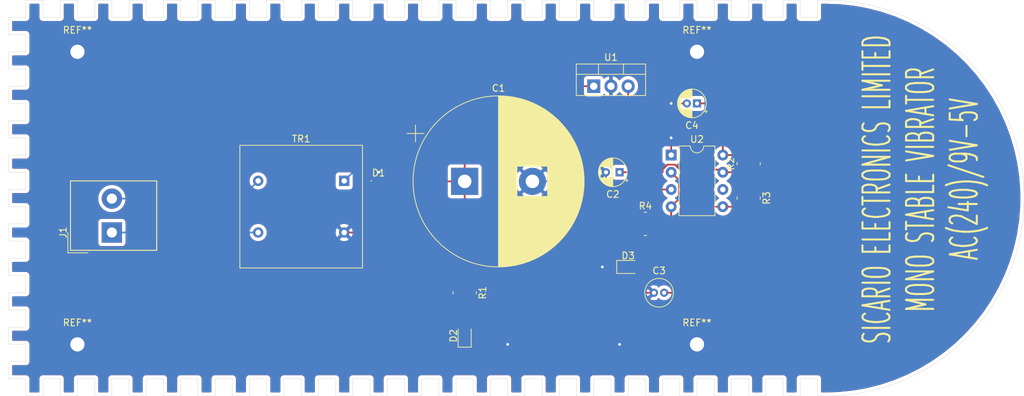
<source format=kicad_pcb>
(kicad_pcb (version 20171130) (host pcbnew 5.99.0+really5.1.10+dfsg1-1)
  (layers (0 F.Cu signal) (31 B.Cu signal) (34 B.Paste user) (35 F.Paste user) (36 B.SilkS user) (37 F.SilkS user) (38 B.Mask user) (39 F.Mask user) (44 Edge.Cuts user))
  (net 0 "")
  (net 1 "Net-(C1-Pad1)")
  (net 2 GND)
  (net 3 "Net-(C2-Pad1)")
  (net 4 "Net-(C3-Pad2)")
  (net 5 "Net-(C4-Pad2)")
  (net 6 "Net-(D1-Pad2)")
  (net 7 "Net-(D2-Pad2)")
  (net 8 "Net-(D3-Pad2)")
  (net 9 "Net-(J1-Pad1)")
  (net 10 "Net-(J1-Pad2)")
  (net 11 "Net-(R4-Pad2)")
  (module MountingHole:MountingHole_2.1mm (layer F.Cu) (at 184.15 -19.05)
    (fp_text reference REF** (at 0 -3.2) (layer F.SilkS))
    (fp_text value MountingHole_2.1mm)
    (pad "" np_thru_hole circle (at 0 0) (size 2.1 2.1) (drill 2.1) (layers *.Cu *.Mask))
  )
  (module MountingHole:MountingHole_2.1mm (layer F.Cu) (at 184.15 24.13)
    (fp_text reference REF** (at 0 -3.2) (layer F.SilkS))
    (fp_text value MountingHole_2.1mm)
    (pad "" np_thru_hole circle (at 0 0) (size 2.1 2.1) (drill 2.1) (layers *.Cu *.Mask))
  )
  (module MountingHole:MountingHole_2.1mm (layer F.Cu) (at 92.71 24.13)
    (fp_text reference REF** (at 0 -3.2) (layer F.SilkS))
    (fp_text value MountingHole_2.1mm)
    (pad "" np_thru_hole circle (at 0 0) (size 2.1 2.1) (drill 2.1) (layers *.Cu *.Mask))
  )
  (module MountingHole:MountingHole_2.1mm (layer F.Cu) (at 92.71 -19.05)
    (fp_text reference REF** (at 0 -3.2) (layer F.SilkS))
    (fp_text value MountingHole_2.1mm)
    (pad "" np_thru_hole circle (at 0 0) (size 2.1 2.1) (drill 2.1) (layers *.Cu *.Mask))
  )
  (module Capacitor_THT:CP_Radial_D25.0mm_P10.00mm_SnapIn (layer F.Cu) (at 149.86 0.075001)
    (fp_text reference C1 (at 5 -13.75) (layer F.SilkS))
    (fp_text value "4500 uf")
    (pad 1 thru_hole rect (at 0 0) (size 4 4) (drill 2) (layers *.Cu *.Mask) (net 1 "Net-(C1-Pad1)"))
    (pad 2 thru_hole circle (at 10 0) (size 4 4) (drill 2) (layers *.Cu *.Mask) (net 2 GND))
  )
  (module Capacitor_THT:CP_Radial_D4.0mm_P2.00mm (layer F.Cu) (at 172.72 -1.27 180)
    (fp_text reference C2 (at 1 -3.25) (layer F.SilkS))
    (fp_text value "100 uf")
    (pad 1 thru_hole rect (at 0 0 180) (size 1.2 1.2) (drill 0.6) (layers *.Cu *.Mask) (net 3 "Net-(C2-Pad1)"))
    (pad 2 thru_hole circle (at 2 0 180) (size 1.2 1.2) (drill 0.6) (layers *.Cu *.Mask) (net 2 GND))
  )
  (module Capacitor_THT:C_Radial_D4.0mm_H7.0mm_P1.50mm (layer F.Cu) (at 177.8 16.51)
    (fp_text reference C3 (at 0.75 -3.25) (layer F.SilkS))
    (fp_text value "0.1 uf")
    (pad 1 thru_hole circle (at 0 0) (size 1.2 1.2) (drill 0.6) (layers *.Cu *.Mask) (net 2 GND))
    (pad 2 thru_hole circle (at 1.5 0) (size 1.2 1.2) (drill 0.6) (layers *.Cu *.Mask) (net 4 "Net-(C3-Pad2)"))
  )
  (module Capacitor_THT:CP_Radial_D4.0mm_P1.50mm (layer F.Cu) (at 184.15 -11.43 180)
    (fp_text reference C4 (at 0.75 -3.25) (layer F.SilkS))
    (fp_text value "10 uf")
    (pad 1 thru_hole rect (at 0 0 180) (size 1.2 1.2) (drill 0.6) (layers *.Cu *.Mask) (net 4 "Net-(C3-Pad2)"))
    (pad 2 thru_hole circle (at 1.5 0 180) (size 1.2 1.2) (drill 0.6) (layers *.Cu *.Mask) (net 5 "Net-(C4-Pad2)"))
  )
  (module Diode_SMD:D_0402_1005Metric (layer F.Cu) (at 137.16 0)
    (fp_text reference D1 (at 0 -1.17) (layer F.SilkS))
    (fp_text value D)
    (pad 1 smd roundrect (at -0.485 0) (size 0.59 0.64) (layers F.Cu F.Paste F.Mask) (net 1 "Net-(C1-Pad1)"))
    (pad 2 smd roundrect (at 0.485 0) (size 0.59 0.64) (layers F.Cu F.Paste F.Mask) (net 6 "Net-(D1-Pad2)"))
  )
  (module LED_SMD:LED_0805_2012Metric (layer F.Cu) (at 149.86 22.86 90)
    (fp_text reference D2 (at 0 -1.65 90) (layer F.SilkS))
    (fp_text value LED)
    (pad 1 smd roundrect (at -0.9375 0 90) (size 0.975 1.4) (layers F.Cu F.Paste F.Mask) (net 2 GND))
    (pad 2 smd roundrect (at 0.9375 0 90) (size 0.975 1.4) (layers F.Cu F.Paste F.Mask) (net 7 "Net-(D2-Pad2)"))
  )
  (module LED_SMD:LED_0805_2012Metric (layer F.Cu) (at 173.99 12.7)
    (fp_text reference D3 (at 0 -1.65) (layer F.SilkS))
    (fp_text value LED)
    (pad 2 smd roundrect (at 0.9375 0) (size 0.975 1.4) (layers F.Cu F.Paste F.Mask) (net 8 "Net-(D3-Pad2)"))
    (pad 1 smd roundrect (at -0.9375 0) (size 0.975 1.4) (layers F.Cu F.Paste F.Mask) (net 2 GND))
  )
  (module TerminalBlock_Altech:Altech_AK300_1x02_P5.00mm_45-Degree (layer F.Cu) (at 97.79 7.62 90)
    (fp_text reference J1 (at 0 -7.2 90) (layer F.SilkS))
    (fp_text value Screw_Terminal_01x02)
    (pad 1 thru_hole rect (at 0 0 90) (size 3 3) (drill 1.5) (layers *.Cu *.Mask) (net 9 "Net-(J1-Pad1)"))
    (pad 2 thru_hole circle (at 5 0 90) (size 3 3) (drill 1.5) (layers *.Cu *.Mask) (net 10 "Net-(J1-Pad2)"))
  )
  (module Resistor_SMD:R_0612_1632Metric (layer F.Cu) (at 149.86 16.51 270)
    (fp_text reference R1 (at 0 -2.65 90) (layer F.SilkS))
    (fp_text value 1k)
    (pad 1 smd roundrect (at -0.75 0 270) (size 1 3.4) (layers F.Cu F.Paste F.Mask) (net 1 "Net-(C1-Pad1)"))
    (pad 2 smd roundrect (at 0.75 0 270) (size 1 3.4) (layers F.Cu F.Paste F.Mask) (net 7 "Net-(D2-Pad2)"))
  )
  (module Resistor_SMD:R_0612_1632Metric (layer F.Cu) (at 191.77 -2.54 90)
    (fp_text reference R2 (at 0 -2.65 90) (layer F.SilkS))
    (fp_text value 1k)
    (pad 2 smd roundrect (at 0.75 0 90) (size 1 3.4) (layers F.Cu F.Paste F.Mask) (net 4 "Net-(C3-Pad2)"))
    (pad 1 smd roundrect (at -0.75 0 90) (size 1 3.4) (layers F.Cu F.Paste F.Mask) (net 3 "Net-(C2-Pad1)"))
  )
  (module Resistor_SMD:R_0612_1632Metric (layer F.Cu) (at 191.77 2.54 270)
    (fp_text reference R3 (at 0 -2.65 90) (layer F.SilkS))
    (fp_text value 100k)
    (pad 1 smd roundrect (at -0.75 0 270) (size 1 3.4) (layers F.Cu F.Paste F.Mask) (net 3 "Net-(C2-Pad1)"))
    (pad 2 smd roundrect (at 0.75 0 270) (size 1 3.4) (layers F.Cu F.Paste F.Mask) (net 4 "Net-(C3-Pad2)"))
  )
  (module Resistor_SMD:R_0612_1632Metric (layer F.Cu) (at 176.53 6.35)
    (fp_text reference R4 (at 0 -2.65) (layer F.SilkS))
    (fp_text value 100)
    (pad 2 smd roundrect (at 0.75 0) (size 1 3.4) (layers F.Cu F.Paste F.Mask) (net 11 "Net-(R4-Pad2)"))
    (pad 1 smd roundrect (at -0.75 0) (size 1 3.4) (layers F.Cu F.Paste F.Mask) (net 8 "Net-(D3-Pad2)"))
  )
  (module Package_TO_SOT_THT:TO-220-3_Vertical (layer F.Cu) (at 168.91 -13.97)
    (fp_text reference U1 (at 2.54 -4.27) (layer F.SilkS))
    (fp_text value LM7805_TO220)
    (pad 1 thru_hole rect (at 0 0) (size 1.905 2) (drill 1.1) (layers *.Cu *.Mask) (net 1 "Net-(C1-Pad1)"))
    (pad 2 thru_hole oval (at 2.54 0) (size 1.905 2) (drill 1.1) (layers *.Cu *.Mask) (net 2 GND))
    (pad 3 thru_hole oval (at 5.08 0) (size 1.905 2) (drill 1.1) (layers *.Cu *.Mask) (net 3 "Net-(C2-Pad1)"))
  )
  (module Package_DIP:DIP-8_W7.62mm (layer F.Cu) (at 180.34 -3.81)
    (fp_text reference U2 (at 3.81 -2.33) (layer F.SilkS))
    (fp_text value NE555P)
    (pad 1 thru_hole rect (at 0 0) (size 1.6 1.6) (drill 0.8) (layers *.Cu *.Mask) (net 5 "Net-(C4-Pad2)"))
    (pad 5 thru_hole oval (at 7.62 7.62) (size 1.6 1.6) (drill 0.8) (layers *.Cu *.Mask) (net 4 "Net-(C3-Pad2)"))
    (pad 2 thru_hole oval (at 0 2.54) (size 1.6 1.6) (drill 0.8) (layers *.Cu *.Mask) (net 4 "Net-(C3-Pad2)"))
    (pad 6 thru_hole oval (at 7.62 5.08) (size 1.6 1.6) (drill 0.8) (layers *.Cu *.Mask) (net 4 "Net-(C3-Pad2)"))
    (pad 3 thru_hole oval (at 0 5.08) (size 1.6 1.6) (drill 0.8) (layers *.Cu *.Mask) (net 11 "Net-(R4-Pad2)"))
    (pad 7 thru_hole oval (at 7.62 2.54) (size 1.6 1.6) (drill 0.8) (layers *.Cu *.Mask) (net 3 "Net-(C2-Pad1)"))
    (pad 4 thru_hole oval (at 0 7.62) (size 1.6 1.6) (drill 0.8) (layers *.Cu *.Mask) (net 4 "Net-(C3-Pad2)"))
    (pad 8 thru_hole oval (at 7.62 0) (size 1.6 1.6) (drill 0.8) (layers *.Cu *.Mask) (net 4 "Net-(C3-Pad2)"))
  )
  (module Transformer_THT:Transformer_NF_ETAL_1-1_P1200 (layer F.Cu) (at 132.08 0)
    (fp_text reference TR1 (at -6.35 -6.2) (layer F.SilkS))
    (fp_text value 240/9v)
    (pad 6 thru_hole circle (at -12.7 0) (size 1.52 1.52) (drill 0.81) (layers *.Cu *.Mask) (net 10 "Net-(J1-Pad2)"))
    (pad 4 thru_hole circle (at -12.7 7.62) (size 1.52 1.52) (drill 0.81) (layers *.Cu *.Mask) (net 9 "Net-(J1-Pad1)"))
    (pad 1 thru_hole rect (at 0 0) (size 1.52 1.52) (drill 0.81) (layers *.Cu *.Mask) (net 6 "Net-(D1-Pad2)"))
    (pad 3 thru_hole circle (at 0 7.62) (size 1.52 1.52) (drill 0.81) (layers *.Cu *.Mask) (net 2 GND))
  )
  (gr_text "SICARIO ELECTRONICS LIMITED\nMONO STABLE VIBRATOR\n  AC(240)/9V-5V" (at 217.17 1.27 90) (layer F.SilkS) (effects (font (size 4 2) (thickness 0.3))))
  (gr_arc (start 203.2 2.54) (end 203.2 31.75) (angle -180) (layer Edge.Cuts) (width 0.05))
  (gr_line (start 201.93 31.75) (end 203.2 31.75) (layer Edge.Cuts) (width 0.05))
  (gr_line (start 201.93 29.21) (end 201.93 31.75) (layer Edge.Cuts) (width 0.05))
  (gr_line (start 201.93 -26.67) (end 203.2 -26.67) (layer Edge.Cuts) (width 0.05))
  (gr_line (start 201.93 -24.13) (end 201.93 -26.67) (layer Edge.Cuts) (width 0.05))
  (gr_line (start 199.39 -24.13) (end 201.93 -24.13) (layer Edge.Cuts) (width 0.05))
  (gr_line (start 199.39 -26.67) (end 199.39 -24.13) (layer Edge.Cuts) (width 0.05))
  (gr_line (start 196.85 -26.67) (end 199.39 -26.67) (layer Edge.Cuts) (width 0.05))
  (gr_line (start 196.85 -24.13) (end 196.85 -26.67) (layer Edge.Cuts) (width 0.05))
  (gr_line (start 194.31 -24.13) (end 196.85 -24.13) (layer Edge.Cuts) (width 0.05))
  (gr_line (start 194.31 -26.67) (end 194.31 -24.13) (layer Edge.Cuts) (width 0.05))
  (gr_line (start 191.77 -26.67) (end 194.31 -26.67) (layer Edge.Cuts) (width 0.05))
  (gr_line (start 191.77 -24.13) (end 191.77 -26.67) (layer Edge.Cuts) (width 0.05))
  (gr_line (start 189.23 -24.13) (end 191.77 -24.13) (layer Edge.Cuts) (width 0.05))
  (gr_line (start 189.23 -26.67) (end 189.23 -24.13) (layer Edge.Cuts) (width 0.05))
  (gr_line (start 186.69 -26.67) (end 189.23 -26.67) (layer Edge.Cuts) (width 0.05))
  (gr_line (start 186.69 -24.13) (end 186.69 -26.67) (layer Edge.Cuts) (width 0.05))
  (gr_line (start 184.15 -24.13) (end 186.69 -24.13) (layer Edge.Cuts) (width 0.05))
  (gr_line (start 184.15 -26.67) (end 184.15 -24.13) (layer Edge.Cuts) (width 0.05))
  (gr_line (start 181.61 -26.67) (end 184.15 -26.67) (layer Edge.Cuts) (width 0.05))
  (gr_line (start 181.61 -24.13) (end 181.61 -26.67) (layer Edge.Cuts) (width 0.05))
  (gr_line (start 179.07 -24.13) (end 181.61 -24.13) (layer Edge.Cuts) (width 0.05))
  (gr_line (start 179.07 -26.67) (end 179.07 -24.13) (layer Edge.Cuts) (width 0.05))
  (gr_line (start 176.53 -26.67) (end 179.07 -26.67) (layer Edge.Cuts) (width 0.05))
  (gr_line (start 176.53 -24.13) (end 176.53 -26.67) (layer Edge.Cuts) (width 0.05))
  (gr_line (start 173.99 -24.13) (end 176.53 -24.13) (layer Edge.Cuts) (width 0.05))
  (gr_line (start 173.99 -26.67) (end 173.99 -24.13) (layer Edge.Cuts) (width 0.05))
  (gr_line (start 171.45 -26.67) (end 173.99 -26.67) (layer Edge.Cuts) (width 0.05))
  (gr_line (start 171.45 -24.13) (end 171.45 -26.67) (layer Edge.Cuts) (width 0.05))
  (gr_line (start 168.91 -24.13) (end 171.45 -24.13) (layer Edge.Cuts) (width 0.05))
  (gr_line (start 168.91 -26.67) (end 168.91 -24.13) (layer Edge.Cuts) (width 0.05))
  (gr_line (start 166.37 -26.67) (end 168.91 -26.67) (layer Edge.Cuts) (width 0.05))
  (gr_line (start 166.37 -24.13) (end 166.37 -26.67) (layer Edge.Cuts) (width 0.05))
  (gr_line (start 163.83 -24.13) (end 166.37 -24.13) (layer Edge.Cuts) (width 0.05))
  (gr_line (start 163.83 -26.67) (end 163.83 -24.13) (layer Edge.Cuts) (width 0.05))
  (gr_line (start 161.29 -26.67) (end 163.83 -26.67) (layer Edge.Cuts) (width 0.05))
  (gr_line (start 161.29 -24.13) (end 161.29 -26.67) (layer Edge.Cuts) (width 0.05))
  (gr_line (start 158.75 -24.13) (end 161.29 -24.13) (layer Edge.Cuts) (width 0.05))
  (gr_line (start 158.75 -26.67) (end 158.75 -24.13) (layer Edge.Cuts) (width 0.05))
  (gr_line (start 156.21 -26.67) (end 158.75 -26.67) (layer Edge.Cuts) (width 0.05))
  (gr_line (start 156.21 -24.13) (end 156.21 -26.67) (layer Edge.Cuts) (width 0.05))
  (gr_line (start 153.67 -24.13) (end 156.21 -24.13) (layer Edge.Cuts) (width 0.05))
  (gr_line (start 153.67 -26.67) (end 153.67 -24.13) (layer Edge.Cuts) (width 0.05))
  (gr_line (start 151.13 -26.67) (end 153.67 -26.67) (layer Edge.Cuts) (width 0.05))
  (gr_line (start 151.13 -24.13) (end 151.13 -26.67) (layer Edge.Cuts) (width 0.05))
  (gr_line (start 148.59 -24.13) (end 151.13 -24.13) (layer Edge.Cuts) (width 0.05))
  (gr_line (start 148.59 -26.67) (end 148.59 -24.13) (layer Edge.Cuts) (width 0.05))
  (gr_line (start 146.05 -26.67) (end 148.59 -26.67) (layer Edge.Cuts) (width 0.05))
  (gr_line (start 146.05 -24.13) (end 146.05 -26.67) (layer Edge.Cuts) (width 0.05))
  (gr_line (start 143.51 -24.13) (end 146.05 -24.13) (layer Edge.Cuts) (width 0.05))
  (gr_line (start 143.51 -26.67) (end 143.51 -24.13) (layer Edge.Cuts) (width 0.05))
  (gr_line (start 140.97 -26.67) (end 143.51 -26.67) (layer Edge.Cuts) (width 0.05))
  (gr_line (start 140.97 -24.13) (end 140.97 -26.67) (layer Edge.Cuts) (width 0.05))
  (gr_line (start 138.43 -24.13) (end 140.97 -24.13) (layer Edge.Cuts) (width 0.05))
  (gr_line (start 138.43 -26.67) (end 138.43 -24.13) (layer Edge.Cuts) (width 0.05))
  (gr_line (start 135.89 -26.67) (end 138.43 -26.67) (layer Edge.Cuts) (width 0.05))
  (gr_line (start 135.89 -24.13) (end 135.89 -26.67) (layer Edge.Cuts) (width 0.05))
  (gr_line (start 133.35 -24.13) (end 135.89 -24.13) (layer Edge.Cuts) (width 0.05))
  (gr_line (start 133.35 -26.67) (end 133.35 -24.13) (layer Edge.Cuts) (width 0.05))
  (gr_line (start 130.81 -26.67) (end 133.35 -26.67) (layer Edge.Cuts) (width 0.05))
  (gr_line (start 130.81 -24.13) (end 130.81 -26.67) (layer Edge.Cuts) (width 0.05))
  (gr_line (start 128.27 -24.13) (end 130.81 -24.13) (layer Edge.Cuts) (width 0.05))
  (gr_line (start 128.27 -26.67) (end 128.27 -24.13) (layer Edge.Cuts) (width 0.05))
  (gr_line (start 125.73 -26.67) (end 128.27 -26.67) (layer Edge.Cuts) (width 0.05))
  (gr_line (start 125.73 -24.13) (end 125.73 -26.67) (layer Edge.Cuts) (width 0.05))
  (gr_line (start 123.19 -24.13) (end 125.73 -24.13) (layer Edge.Cuts) (width 0.05))
  (gr_line (start 123.19 -26.67) (end 123.19 -24.13) (layer Edge.Cuts) (width 0.05))
  (gr_line (start 120.65 -26.67) (end 123.19 -26.67) (layer Edge.Cuts) (width 0.05))
  (gr_line (start 120.65 -24.13) (end 120.65 -26.67) (layer Edge.Cuts) (width 0.05))
  (gr_line (start 118.11 -24.13) (end 120.65 -24.13) (layer Edge.Cuts) (width 0.05))
  (gr_line (start 118.11 -26.67) (end 118.11 -24.13) (layer Edge.Cuts) (width 0.05))
  (gr_line (start 115.57 -26.67) (end 118.11 -26.67) (layer Edge.Cuts) (width 0.05))
  (gr_line (start 115.57 -24.13) (end 115.57 -26.67) (layer Edge.Cuts) (width 0.05))
  (gr_line (start 113.03 -24.13) (end 115.57 -24.13) (layer Edge.Cuts) (width 0.05))
  (gr_line (start 113.03 -26.67) (end 113.03 -24.13) (layer Edge.Cuts) (width 0.05))
  (gr_line (start 110.49 -26.67) (end 113.03 -26.67) (layer Edge.Cuts) (width 0.05))
  (gr_line (start 110.49 -24.13) (end 110.49 -26.67) (layer Edge.Cuts) (width 0.05))
  (gr_line (start 107.95 -24.13) (end 110.49 -24.13) (layer Edge.Cuts) (width 0.05))
  (gr_line (start 107.95 -26.67) (end 107.95 -24.13) (layer Edge.Cuts) (width 0.05))
  (gr_line (start 105.41 -26.67) (end 107.95 -26.67) (layer Edge.Cuts) (width 0.05))
  (gr_line (start 105.41 -24.13) (end 105.41 -26.67) (layer Edge.Cuts) (width 0.05))
  (gr_line (start 102.87 -24.13) (end 105.41 -24.13) (layer Edge.Cuts) (width 0.05))
  (gr_line (start 102.87 -26.67) (end 102.87 -24.13) (layer Edge.Cuts) (width 0.05))
  (gr_line (start 100.33 -26.67) (end 102.87 -26.67) (layer Edge.Cuts) (width 0.05))
  (gr_line (start 100.33 -24.13) (end 100.33 -26.67) (layer Edge.Cuts) (width 0.05))
  (gr_line (start 97.79 -24.13) (end 100.33 -24.13) (layer Edge.Cuts) (width 0.05))
  (gr_line (start 97.79 -26.67) (end 97.79 -24.13) (layer Edge.Cuts) (width 0.05))
  (gr_line (start 95.25 -26.67) (end 97.79 -26.67) (layer Edge.Cuts) (width 0.05))
  (gr_line (start 95.25 -24.13) (end 95.25 -26.67) (layer Edge.Cuts) (width 0.05))
  (gr_line (start 92.71 -24.13) (end 95.25 -24.13) (layer Edge.Cuts) (width 0.05))
  (gr_line (start 92.71 -26.67) (end 92.71 -24.13) (layer Edge.Cuts) (width 0.05))
  (gr_line (start 90.17 -26.67) (end 92.71 -26.67) (layer Edge.Cuts) (width 0.05))
  (gr_line (start 90.17 -24.13) (end 90.17 -26.67) (layer Edge.Cuts) (width 0.05))
  (gr_line (start 87.63 -24.13) (end 90.17 -24.13) (layer Edge.Cuts) (width 0.05))
  (gr_line (start 87.63 -26.67) (end 87.63 -24.13) (layer Edge.Cuts) (width 0.05))
  (gr_line (start 85.09 -26.67) (end 87.63 -26.67) (layer Edge.Cuts) (width 0.05))
  (gr_line (start 85.09 -24.13) (end 85.09 -26.67) (layer Edge.Cuts) (width 0.05))
  (gr_line (start 82.55 -24.13) (end 85.09 -24.13) (layer Edge.Cuts) (width 0.05))
  (gr_line (start 82.55 -21.59) (end 82.55 -24.13) (layer Edge.Cuts) (width 0.05))
  (gr_line (start 85.09 -21.59) (end 82.55 -21.59) (layer Edge.Cuts) (width 0.05))
  (gr_line (start 85.09 -20.32) (end 85.09 -21.59) (layer Edge.Cuts) (width 0.05))
  (gr_line (start 85.09 -19.05) (end 85.09 -20.32) (layer Edge.Cuts) (width 0.05))
  (gr_line (start 82.55 -19.05) (end 85.09 -19.05) (layer Edge.Cuts) (width 0.05))
  (gr_line (start 199.39 29.21) (end 201.93 29.21) (layer Edge.Cuts) (width 0.05))
  (gr_line (start 199.39 31.75) (end 199.39 29.21) (layer Edge.Cuts) (width 0.05))
  (gr_line (start 196.85 31.75) (end 199.39 31.75) (layer Edge.Cuts) (width 0.05))
  (gr_line (start 196.85 29.21) (end 196.85 31.75) (layer Edge.Cuts) (width 0.05))
  (gr_line (start 194.31 29.21) (end 196.85 29.21) (layer Edge.Cuts) (width 0.05))
  (gr_line (start 194.31 31.75) (end 194.31 29.21) (layer Edge.Cuts) (width 0.05))
  (gr_line (start 191.77 31.75) (end 194.31 31.75) (layer Edge.Cuts) (width 0.05))
  (gr_line (start 191.77 29.21) (end 191.77 31.75) (layer Edge.Cuts) (width 0.05))
  (gr_line (start 189.23 29.21) (end 191.77 29.21) (layer Edge.Cuts) (width 0.05))
  (gr_line (start 189.23 31.75) (end 189.23 29.21) (layer Edge.Cuts) (width 0.05))
  (gr_line (start 186.69 31.75) (end 189.23 31.75) (layer Edge.Cuts) (width 0.05))
  (gr_line (start 186.69 29.21) (end 186.69 31.75) (layer Edge.Cuts) (width 0.05))
  (gr_line (start 184.15 29.21) (end 186.69 29.21) (layer Edge.Cuts) (width 0.05))
  (gr_line (start 184.15 31.75) (end 184.15 29.21) (layer Edge.Cuts) (width 0.05))
  (gr_line (start 181.61 31.75) (end 184.15 31.75) (layer Edge.Cuts) (width 0.05))
  (gr_line (start 181.61 29.21) (end 181.61 31.75) (layer Edge.Cuts) (width 0.05))
  (gr_line (start 179.07 29.21) (end 181.61 29.21) (layer Edge.Cuts) (width 0.05))
  (gr_line (start 179.07 31.75) (end 179.07 29.21) (layer Edge.Cuts) (width 0.05))
  (gr_line (start 176.53 31.75) (end 179.07 31.75) (layer Edge.Cuts) (width 0.05))
  (gr_line (start 176.53 29.21) (end 176.53 31.75) (layer Edge.Cuts) (width 0.05))
  (gr_line (start 173.99 29.21) (end 176.53 29.21) (layer Edge.Cuts) (width 0.05))
  (gr_line (start 173.99 31.75) (end 173.99 29.21) (layer Edge.Cuts) (width 0.05))
  (gr_line (start 171.45 31.75) (end 173.99 31.75) (layer Edge.Cuts) (width 0.05))
  (gr_line (start 171.45 29.21) (end 171.45 31.75) (layer Edge.Cuts) (width 0.05))
  (gr_line (start 168.91 29.21) (end 171.45 29.21) (layer Edge.Cuts) (width 0.05))
  (gr_line (start 168.91 31.75) (end 168.91 29.21) (layer Edge.Cuts) (width 0.05))
  (gr_line (start 166.37 31.75) (end 168.91 31.75) (layer Edge.Cuts) (width 0.05))
  (gr_line (start 166.37 29.21) (end 166.37 31.75) (layer Edge.Cuts) (width 0.05))
  (gr_line (start 163.83 29.21) (end 166.37 29.21) (layer Edge.Cuts) (width 0.05))
  (gr_line (start 163.83 31.75) (end 163.83 29.21) (layer Edge.Cuts) (width 0.05))
  (gr_line (start 161.29 31.75) (end 163.83 31.75) (layer Edge.Cuts) (width 0.05))
  (gr_line (start 161.29 29.21) (end 161.29 31.75) (layer Edge.Cuts) (width 0.05))
  (gr_line (start 158.75 29.21) (end 161.29 29.21) (layer Edge.Cuts) (width 0.05))
  (gr_line (start 158.75 31.75) (end 158.75 29.21) (layer Edge.Cuts) (width 0.05))
  (gr_line (start 156.21 31.75) (end 158.75 31.75) (layer Edge.Cuts) (width 0.05))
  (gr_line (start 156.21 29.21) (end 156.21 31.75) (layer Edge.Cuts) (width 0.05))
  (gr_line (start 153.67 29.21) (end 156.21 29.21) (layer Edge.Cuts) (width 0.05))
  (gr_line (start 153.67 31.75) (end 153.67 29.21) (layer Edge.Cuts) (width 0.05))
  (gr_line (start 151.13 31.75) (end 153.67 31.75) (layer Edge.Cuts) (width 0.05))
  (gr_line (start 151.13 29.21) (end 151.13 31.75) (layer Edge.Cuts) (width 0.05))
  (gr_line (start 148.59 29.21) (end 151.13 29.21) (layer Edge.Cuts) (width 0.05))
  (gr_line (start 148.59 31.75) (end 148.59 29.21) (layer Edge.Cuts) (width 0.05))
  (gr_line (start 146.05 31.75) (end 148.59 31.75) (layer Edge.Cuts) (width 0.05))
  (gr_line (start 146.05 29.21) (end 146.05 31.75) (layer Edge.Cuts) (width 0.05))
  (gr_line (start 143.51 29.21) (end 146.05 29.21) (layer Edge.Cuts) (width 0.05))
  (gr_line (start 143.51 31.75) (end 143.51 29.21) (layer Edge.Cuts) (width 0.05))
  (gr_line (start 140.97 31.75) (end 143.51 31.75) (layer Edge.Cuts) (width 0.05))
  (gr_line (start 140.97 29.21) (end 140.97 31.75) (layer Edge.Cuts) (width 0.05))
  (gr_line (start 138.43 29.21) (end 140.97 29.21) (layer Edge.Cuts) (width 0.05))
  (gr_line (start 138.43 31.75) (end 138.43 29.21) (layer Edge.Cuts) (width 0.05))
  (gr_line (start 135.89 31.75) (end 138.43 31.75) (layer Edge.Cuts) (width 0.05))
  (gr_line (start 135.89 29.21) (end 135.89 31.75) (layer Edge.Cuts) (width 0.05))
  (gr_line (start 133.35 29.21) (end 135.89 29.21) (layer Edge.Cuts) (width 0.05))
  (gr_line (start 133.35 31.75) (end 133.35 29.21) (layer Edge.Cuts) (width 0.05))
  (gr_line (start 130.81 31.75) (end 133.35 31.75) (layer Edge.Cuts) (width 0.05))
  (gr_line (start 130.81 29.21) (end 130.81 31.75) (layer Edge.Cuts) (width 0.05))
  (gr_line (start 128.27 29.21) (end 130.81 29.21) (layer Edge.Cuts) (width 0.05))
  (gr_line (start 128.27 31.75) (end 128.27 29.21) (layer Edge.Cuts) (width 0.05))
  (gr_line (start 125.73 31.75) (end 128.27 31.75) (layer Edge.Cuts) (width 0.05))
  (gr_line (start 125.73 29.21) (end 125.73 31.75) (layer Edge.Cuts) (width 0.05))
  (gr_line (start 123.19 29.21) (end 125.73 29.21) (layer Edge.Cuts) (width 0.05))
  (gr_line (start 123.19 31.75) (end 123.19 29.21) (layer Edge.Cuts) (width 0.05))
  (gr_line (start 120.65 31.75) (end 123.19 31.75) (layer Edge.Cuts) (width 0.05))
  (gr_line (start 120.65 29.21) (end 120.65 31.75) (layer Edge.Cuts) (width 0.05))
  (gr_line (start 118.11 29.21) (end 120.65 29.21) (layer Edge.Cuts) (width 0.05))
  (gr_line (start 118.11 31.75) (end 118.11 29.21) (layer Edge.Cuts) (width 0.05))
  (gr_line (start 115.57 31.75) (end 118.11 31.75) (layer Edge.Cuts) (width 0.05))
  (gr_line (start 115.57 29.21) (end 115.57 31.75) (layer Edge.Cuts) (width 0.05))
  (gr_line (start 114.3 29.21) (end 115.57 29.21) (layer Edge.Cuts) (width 0.05))
  (gr_line (start 113.03 29.21) (end 114.3 29.21) (layer Edge.Cuts) (width 0.05))
  (gr_line (start 113.03 31.75) (end 113.03 29.21) (layer Edge.Cuts) (width 0.05))
  (gr_line (start 110.49 31.75) (end 113.03 31.75) (layer Edge.Cuts) (width 0.05))
  (gr_line (start 110.49 29.21) (end 110.49 31.75) (layer Edge.Cuts) (width 0.05))
  (gr_line (start 107.95 29.21) (end 110.49 29.21) (layer Edge.Cuts) (width 0.05))
  (gr_line (start 107.95 31.75) (end 107.95 29.21) (layer Edge.Cuts) (width 0.05))
  (gr_line (start 105.41 31.75) (end 107.95 31.75) (layer Edge.Cuts) (width 0.05))
  (gr_line (start 105.41 29.21) (end 105.41 31.75) (layer Edge.Cuts) (width 0.05))
  (gr_line (start 102.87 29.21) (end 105.41 29.21) (layer Edge.Cuts) (width 0.05))
  (gr_line (start 102.87 31.75) (end 102.87 29.21) (layer Edge.Cuts) (width 0.05))
  (gr_line (start 100.33 31.75) (end 102.87 31.75) (layer Edge.Cuts) (width 0.05))
  (gr_line (start 100.33 29.21) (end 100.33 31.75) (layer Edge.Cuts) (width 0.05))
  (gr_line (start 97.79 29.21) (end 100.33 29.21) (layer Edge.Cuts) (width 0.05))
  (gr_line (start 97.79 31.75) (end 97.79 29.21) (layer Edge.Cuts) (width 0.05))
  (gr_line (start 95.25 31.75) (end 97.79 31.75) (layer Edge.Cuts) (width 0.05))
  (gr_line (start 95.25 29.21) (end 95.25 31.75) (layer Edge.Cuts) (width 0.05))
  (gr_line (start 92.71 29.21) (end 95.25 29.21) (layer Edge.Cuts) (width 0.05))
  (gr_line (start 92.71 31.75) (end 92.71 29.21) (layer Edge.Cuts) (width 0.05))
  (gr_line (start 90.17 31.75) (end 92.71 31.75) (layer Edge.Cuts) (width 0.05))
  (gr_line (start 90.17 29.21) (end 90.17 31.75) (layer Edge.Cuts) (width 0.05))
  (gr_line (start 87.63 29.21) (end 90.17 29.21) (layer Edge.Cuts) (width 0.05))
  (gr_line (start 87.63 31.75) (end 87.63 29.21) (layer Edge.Cuts) (width 0.05))
  (gr_line (start 85.09 31.75) (end 87.63 31.75) (layer Edge.Cuts) (width 0.05))
  (gr_line (start 85.09 29.21) (end 85.09 31.75) (layer Edge.Cuts) (width 0.05))
  (gr_line (start 82.55 29.21) (end 85.09 29.21) (layer Edge.Cuts) (width 0.05))
  (gr_line (start 82.55 26.67) (end 82.55 29.21) (layer Edge.Cuts) (width 0.05))
  (gr_line (start 85.09 26.67) (end 82.55 26.67) (layer Edge.Cuts) (width 0.05))
  (gr_line (start 85.09 24.13) (end 85.09 26.67) (layer Edge.Cuts) (width 0.05))
  (gr_line (start 82.55 24.13) (end 85.09 24.13) (layer Edge.Cuts) (width 0.05))
  (gr_line (start 82.55 21.59) (end 82.55 24.13) (layer Edge.Cuts) (width 0.05))
  (gr_line (start 85.09 21.59) (end 82.55 21.59) (layer Edge.Cuts) (width 0.05))
  (gr_line (start 85.09 19.05) (end 85.09 21.59) (layer Edge.Cuts) (width 0.05))
  (gr_line (start 82.55 19.05) (end 85.09 19.05) (layer Edge.Cuts) (width 0.05))
  (gr_line (start 82.55 16.51) (end 82.55 19.05) (layer Edge.Cuts) (width 0.05))
  (gr_line (start 85.09 16.51) (end 82.55 16.51) (layer Edge.Cuts) (width 0.05))
  (gr_line (start 85.09 13.97) (end 85.09 16.51) (layer Edge.Cuts) (width 0.05))
  (gr_line (start 82.55 13.97) (end 85.09 13.97) (layer Edge.Cuts) (width 0.05))
  (gr_line (start 82.55 11.43) (end 82.55 13.97) (layer Edge.Cuts) (width 0.05))
  (gr_line (start 85.09 11.43) (end 82.55 11.43) (layer Edge.Cuts) (width 0.05))
  (gr_line (start 85.09 8.89) (end 85.09 11.43) (layer Edge.Cuts) (width 0.05))
  (gr_line (start 82.55 8.89) (end 85.09 8.89) (layer Edge.Cuts) (width 0.05))
  (gr_line (start 82.55 6.35) (end 82.55 8.89) (layer Edge.Cuts) (width 0.05))
  (gr_line (start 85.09 6.35) (end 82.55 6.35) (layer Edge.Cuts) (width 0.05))
  (gr_line (start 85.09 3.81) (end 85.09 6.35) (layer Edge.Cuts) (width 0.05))
  (gr_line (start 82.55 3.81) (end 85.09 3.81) (layer Edge.Cuts) (width 0.05))
  (gr_line (start 82.55 1.27) (end 82.55 3.81) (layer Edge.Cuts) (width 0.05))
  (gr_line (start 85.09 1.27) (end 82.55 1.27) (layer Edge.Cuts) (width 0.05))
  (gr_line (start 85.09 -1.27) (end 85.09 1.27) (layer Edge.Cuts) (width 0.05))
  (gr_line (start 82.55 -1.27) (end 85.09 -1.27) (layer Edge.Cuts) (width 0.05))
  (gr_line (start 82.55 -3.81) (end 82.55 -1.27) (layer Edge.Cuts) (width 0.05))
  (gr_line (start 85.09 -3.81) (end 82.55 -3.81) (layer Edge.Cuts) (width 0.05))
  (gr_line (start 85.09 -6.35) (end 85.09 -3.81) (layer Edge.Cuts) (width 0.05))
  (gr_line (start 82.55 -6.35) (end 85.09 -6.35) (layer Edge.Cuts) (width 0.05))
  (gr_line (start 82.55 -8.89) (end 82.55 -6.35) (layer Edge.Cuts) (width 0.05))
  (gr_line (start 85.09 -8.89) (end 82.55 -8.89) (layer Edge.Cuts) (width 0.05))
  (gr_line (start 85.09 -11.43) (end 85.09 -8.89) (layer Edge.Cuts) (width 0.05))
  (gr_line (start 82.55 -11.43) (end 85.09 -11.43) (layer Edge.Cuts) (width 0.05))
  (gr_line (start 82.55 -13.97) (end 82.55 -11.43) (layer Edge.Cuts) (width 0.05))
  (gr_line (start 85.09 -13.97) (end 82.55 -13.97) (layer Edge.Cuts) (width 0.05))
  (gr_line (start 85.09 -16.51) (end 85.09 -13.97) (layer Edge.Cuts) (width 0.05))
  (gr_line (start 82.55 -16.51) (end 85.09 -16.51) (layer Edge.Cuts) (width 0.05))
  (gr_line (start 82.55 -19.05) (end 82.55 -16.51) (layer Edge.Cuts) (width 0.05))
  (segment (start 136.675 0) (end 136.675 2.055) (width 0.25) (layer F.Cu) (net 1))
  (segment (start 136.675 2.055) (end 137.16 2.54) (width 0.25) (layer F.Cu) (net 1))
  (segment (start 139.624999 0.075001) (end 149.86 0.075001) (width 0.25) (layer F.Cu) (net 1))
  (segment (start 137.16 2.54) (end 139.624999 0.075001) (width 0.25) (layer F.Cu) (net 1))
  (segment (start 149.86 0.075001) (end 149.86 13.97) (width 0.25) (layer F.Cu) (net 1))
  (segment (start 149.86 13.97) (end 149.86 15.76) (width 0.25) (layer F.Cu) (net 1))
  (segment (start 149.86 0.075001) (end 149.86 -13.97) (width 0.25) (layer F.Cu) (net 1))
  (segment (start 149.86 -13.97) (end 168.91 -13.97) (width 0.25) (layer F.Cu) (net 1))
  (segment (start 149.86 23.7975) (end 137.4925 23.7975) (width 0.25) (layer F.Cu) (net 2))
  (segment (start 137.4925 23.7975) (end 137.16 23.465) (width 0.25) (layer F.Cu) (net 2))
  (segment (start 137.16 23.465) (end 137.16 7.62) (width 0.25) (layer F.Cu) (net 2))
  (segment (start 137.16 7.62) (end 132.08 7.62) (width 0.25) (layer F.Cu) (net 2))
  (segment (start 177.8 16.51) (end 172.72 16.51) (width 0.25) (layer F.Cu) (net 2))
  (segment (start 172.72 13.0325) (end 173.0525 12.7) (width 0.25) (layer F.Cu) (net 2))
  (segment (start 172.72 16.51) (end 172.72 13.0325) (width 0.25) (layer F.Cu) (net 2))
  (via (at 156.21 24.13) (size 0.8) (drill 0.4) (layers F.Cu B.Cu) (net 2))
  (segment (start 155.8775 23.7975) (end 156.21 24.13) (width 0.25) (layer F.Cu) (net 2))
  (segment (start 149.86 23.7975) (end 155.8775 23.7975) (width 0.25) (layer F.Cu) (net 2))
  (segment (start 156.21 24.13) (end 172.72 24.13) (width 0.25) (layer B.Cu) (net 2))
  (via (at 172.72 24.13) (size 0.8) (drill 0.4) (layers F.Cu B.Cu) (net 2))
  (segment (start 172.72 24.13) (end 172.72 16.51) (width 0.25) (layer F.Cu) (net 2))
  (segment (start 171.45 -13.97) (end 171.45 -8.89) (width 0.25) (layer B.Cu) (net 2))
  (segment (start 171.45 -8.89) (end 170.18 -8.89) (width 0.25) (layer B.Cu) (net 2))
  (segment (start 170.18 -8.89) (end 170.18 -1.27) (width 0.25) (layer B.Cu) (net 2))
  (segment (start 170.18 -1.27) (end 170.72 -1.27) (width 0.25) (layer B.Cu) (net 2))
  (segment (start 159.86 0.075001) (end 170.104999 0.075001) (width 0.25) (layer B.Cu) (net 2))
  (segment (start 170.72 -0.54) (end 170.72 -1.27) (width 0.25) (layer B.Cu) (net 2))
  (segment (start 170.104999 0.075001) (end 170.72 -0.54) (width 0.25) (layer B.Cu) (net 2))
  (segment (start 170.104999 0.075001) (end 170.18 0.150002) (width 0.25) (layer B.Cu) (net 2))
  (segment (start 170.18 0.150002) (end 170.18 12.7) (width 0.25) (layer B.Cu) (net 2))
  (via (at 170.18 12.7) (size 0.8) (drill 0.4) (layers F.Cu B.Cu) (net 2))
  (segment (start 170.18 12.7) (end 173.0525 12.7) (width 0.25) (layer F.Cu) (net 2))
  (segment (start 173.99 -13.97) (end 173.99 -1.27) (width 0.25) (layer F.Cu) (net 3))
  (segment (start 173.99 -1.27) (end 172.72 -1.27) (width 0.25) (layer F.Cu) (net 3))
  (segment (start 179.799999 -2.395001) (end 180.880001 -2.395001) (width 0.25) (layer F.Cu) (net 3))
  (segment (start 179.07 -1.665002) (end 179.799999 -2.395001) (width 0.25) (layer F.Cu) (net 3))
  (segment (start 180.880001 -2.395001) (end 181.61 -1.665002) (width 0.25) (layer F.Cu) (net 3))
  (segment (start 179.07 -1.27) (end 179.07 -1.665002) (width 0.25) (layer F.Cu) (net 3))
  (segment (start 187.564998 -1.665002) (end 187.96 -1.27) (width 0.25) (layer F.Cu) (net 3))
  (segment (start 181.61 -1.665002) (end 187.564998 -1.665002) (width 0.25) (layer F.Cu) (net 3))
  (segment (start 173.99 -1.27) (end 179.07 -1.27) (width 0.25) (layer F.Cu) (net 3))
  (segment (start 191.25 -1.27) (end 191.77 -1.79) (width 0.25) (layer F.Cu) (net 3))
  (segment (start 187.96 -1.27) (end 191.25 -1.27) (width 0.25) (layer F.Cu) (net 3))
  (segment (start 191.77 1.79) (end 191.77 -1.79) (width 0.25) (layer F.Cu) (net 3))
  (segment (start 180.34 3.81) (end 180.34 13.97) (width 0.25) (layer F.Cu) (net 4))
  (segment (start 180.34 13.97) (end 181.61 13.97) (width 0.25) (layer F.Cu) (net 4))
  (segment (start 181.61 13.97) (end 181.61 16.51) (width 0.25) (layer F.Cu) (net 4))
  (segment (start 181.61 16.51) (end 179.3 16.51) (width 0.25) (layer F.Cu) (net 4))
  (segment (start 180.34 -1.27) (end 181.465001 -0.144999) (width 0.25) (layer F.Cu) (net 4))
  (segment (start 181.465001 2.684999) (end 180.34 3.81) (width 0.25) (layer F.Cu) (net 4))
  (segment (start 181.465001 -0.144999) (end 181.465001 2.684999) (width 0.25) (layer F.Cu) (net 4))
  (segment (start 181.465001 2.684999) (end 184.005001 2.684999) (width 0.25) (layer F.Cu) (net 4))
  (segment (start 184.005001 2.684999) (end 184.15 2.829998) (width 0.25) (layer F.Cu) (net 4))
  (segment (start 184.15 2.829998) (end 184.15 3.81) (width 0.25) (layer F.Cu) (net 4))
  (segment (start 184.15 3.81) (end 187.96 3.81) (width 0.25) (layer F.Cu) (net 4))
  (segment (start 187.96 3.81) (end 191.77 3.81) (width 0.25) (layer F.Cu) (net 4))
  (segment (start 191.77 3.81) (end 191.77 3.29) (width 0.25) (layer F.Cu) (net 4))
  (segment (start 191.77 -3.29) (end 191.77 -3.81) (width 0.25) (layer F.Cu) (net 4))
  (segment (start 191.77 -3.81) (end 187.96 -3.81) (width 0.25) (layer F.Cu) (net 4))
  (segment (start 187.96 -3.81) (end 187.96 -11.43) (width 0.25) (layer F.Cu) (net 4))
  (segment (start 187.96 -11.43) (end 184.15 -11.43) (width 0.25) (layer F.Cu) (net 4))
  (via (at 180.34 -6.35) (size 0.8) (drill 0.4) (layers F.Cu B.Cu) (net 5))
  (segment (start 180.34 -3.81) (end 180.34 -6.35) (width 0.25) (layer F.Cu) (net 5))
  (segment (start 180.34 -6.35) (end 180.34 -11.43) (width 0.25) (layer B.Cu) (net 5))
  (via (at 180.34 -11.43) (size 0.8) (drill 0.4) (layers F.Cu B.Cu) (net 5))
  (segment (start 182.65 -11.43) (end 180.34 -11.43) (width 0.25) (layer F.Cu) (net 5))
  (segment (start 132.08 0) (end 134.33 -2.25) (width 0.25) (layer B.Cu) (net 6))
  (segment (start 134.33 -2.25) (end 134.91 -2.25) (width 0.25) (layer B.Cu) (net 6))
  (segment (start 134.91 -2.25) (end 135.2 -2.54) (width 0.25) (layer B.Cu) (net 6))
  (segment (start 135.2 -2.54) (end 135.89 -2.54) (width 0.25) (layer B.Cu) (net 6))
  (segment (start 135.89 -2.54) (end 137.16 -1.27) (width 0.25) (layer B.Cu) (net 6))
  (via (at 137.16 -1.27) (size 0.8) (drill 0.4) (layers F.Cu B.Cu) (net 6))
  (segment (start 137.645 -0.785) (end 137.645 0) (width 0.25) (layer F.Cu) (net 6))
  (segment (start 137.16 -1.27) (end 137.645 -0.785) (width 0.25) (layer F.Cu) (net 6))
  (segment (start 149.86 21.9225) (end 149.86 17.26) (width 0.25) (layer F.Cu) (net 7))
  (segment (start 174.9275 12.7) (end 174.9275 6.6825) (width 0.25) (layer F.Cu) (net 8))
  (segment (start 175.26 6.35) (end 175.78 6.35) (width 0.25) (layer F.Cu) (net 8))
  (segment (start 174.9275 6.6825) (end 175.26 6.35) (width 0.25) (layer F.Cu) (net 8))
  (segment (start 97.79 7.62) (end 119.38 7.62) (width 0.25) (layer B.Cu) (net 9))
  (segment (start 116.76 2.62) (end 119.38 0) (width 0.25) (layer B.Cu) (net 10))
  (segment (start 97.79 2.62) (end 116.76 2.62) (width 0.25) (layer B.Cu) (net 10))
  (segment (start 177.28 6.35) (end 177.28 1.79) (width 0.25) (layer F.Cu) (net 11))
  (segment (start 177.8 1.27) (end 180.34 1.27) (width 0.25) (layer F.Cu) (net 11))
  (segment (start 177.28 1.79) (end 177.8 1.27) (width 0.25) (layer F.Cu) (net 11))
  (zone (net 2) (net_name GND) (layer F.Cu) (connect_pads (clearance 0.508)) (min_thickness 0.254) (fill yes (arc_segments 32) (thermal_gap 0.508) (thermal_bridge_width 0.508))
    (polygon (pts (xy 232.41 31.75) (xy 81.28 31.75) (xy 81.28 -26.67) (xy 232.41 -26.67)))
  )
  (zone (net 2) (net_name GND) (layer B.Cu) (connect_pads (clearance 0.508)) (min_thickness 0.254) (fill yes (arc_segments 32) (thermal_gap 0.508) (thermal_bridge_width 0.508))
    (polygon (pts (xy 232.41 31.75) (xy 81.28 31.75) (xy 81.28 -26.67) (xy 232.41 -26.67)))
  )
)
</source>
